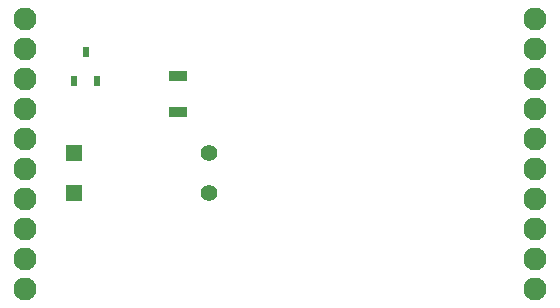
<source format=gbr>
%TF.GenerationSoftware,KiCad,Pcbnew,8.0.8*%
%TF.CreationDate,2025-03-02T21:09:30-05:00*%
%TF.ProjectId,VCU Charge Mode Signal Module V3.1,56435520-4368-4617-9267-65204d6f6465,rev?*%
%TF.SameCoordinates,Original*%
%TF.FileFunction,Soldermask,Top*%
%TF.FilePolarity,Negative*%
%FSLAX46Y46*%
G04 Gerber Fmt 4.6, Leading zero omitted, Abs format (unit mm)*
G04 Created by KiCad (PCBNEW 8.0.8) date 2025-03-02 21:09:30*
%MOMM*%
%LPD*%
G01*
G04 APERTURE LIST*
%ADD10R,1.397000X1.397000*%
%ADD11C,1.397000*%
%ADD12C,1.954000*%
%ADD13R,1.600200X0.863600*%
%ADD14R,0.558800X0.863600*%
G04 APERTURE END LIST*
D10*
%TO.C,R2*%
X26670000Y-37300000D03*
D11*
X38100000Y-37300000D03*
%TD*%
D12*
%TO.C,J1*%
X22550000Y-22550000D03*
X22550000Y-25090000D03*
X22550000Y-27630000D03*
X22550000Y-30170000D03*
X22550000Y-32710000D03*
X22550000Y-35250000D03*
X22550000Y-37790000D03*
X22550000Y-40330000D03*
X22550000Y-42870000D03*
X22550000Y-45410000D03*
%TD*%
D13*
%TO.C,D1*%
X35500000Y-30400000D03*
X35500000Y-27352000D03*
%TD*%
D10*
%TO.C,R1*%
X26670000Y-33846800D03*
D11*
X38100000Y-33846800D03*
%TD*%
D12*
%TO.C,J2*%
X65730000Y-22550000D03*
X65730000Y-25090000D03*
X65730000Y-27630000D03*
X65730000Y-30170000D03*
X65730000Y-32710000D03*
X65730000Y-35250000D03*
X65730000Y-37790000D03*
X65730000Y-40330000D03*
X65730000Y-42870000D03*
X65730000Y-45410000D03*
%TD*%
D14*
%TO.C,U1*%
X26750000Y-27750000D03*
X28655000Y-27750000D03*
X27702500Y-25362400D03*
%TD*%
M02*

</source>
